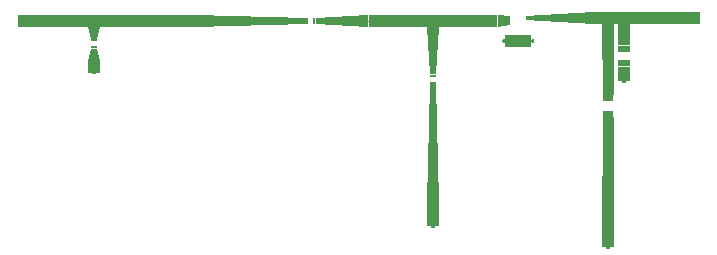
<source format=gbr>
G04 ===== Begin FILE IDENTIFICATION =====*
G04 File Format:  Gerber RS274X*
G04 ===== End FILE IDENTIFICATION =====*
%FSLAX24Y24*%
%MOMM*%
%SFA1.0000B1.0000*%
%OFA0.0B0.0*%
%ADD14R,5.000000X1.000000*%
%ADD15R,0.250000X0.530000*%
%ADD16R,8.158000X1.000000*%
%ADD17R,6.000000X1.000000*%
%ADD18R,0.530000X0.250000*%
%ADD19R,1.000000X1.000000*%
%ADD20R,0.300000X0.150000*%
%ADD21C,0.300000*%
%ADD22R,1.000000X2.000000*%
%ADD23R,0.300125X0.150063*%
%ADD24R,0.840000X1.000000*%
%ADD25R,0.889000X0.584000*%
%ADD26R,0.150000X0.300000*%
%ADD27R,0.305000X0.152500*%
%ADD28R,0.300000X1.000000*%
%ADD29R,1.000000X0.050000*%
%ADD30R,0.990000X0.622000*%
%ADD31R,0.050000X1.000000*%
%ADD32C,0.000025*%
%LNcond*%
%IPPOS*%
%LPD*%
G75*
G36*
G01X245423Y126217D02*
G01Y116217D01*
G01X255423D01*
G01Y126217D01*
G01X245423D01*
G37*
G36*
G01X96939Y123735D02*
G01Y113735D01*
G01X106939D01*
G01Y123735D01*
G01X96939D01*
G37*
D14*
X71964Y118674D03*
G36*
G01X46967Y113694D02*
G01Y123694D01*
G01X2767Y121344D01*
G01Y116044D01*
G01X46967Y113694D01*
G37*
D15*
X-4583Y118694D03*
X1517D03*
G36*
G01X-98633Y123694D02*
G01Y113694D01*
G01X-5833Y116044D01*
G01Y121344D01*
G01X-98633Y123694D01*
G37*
D16*
X-139423Y118694D03*
G36*
G01X-190213Y123694D02*
G01Y113694D01*
G01X-180213D01*
G01Y123694D01*
G01X-190213D01*
G37*
D17*
X-220213Y118694D03*
G36*
G01X-180213Y113694D02*
G01X-190213D01*
G01X-187863Y103694D01*
G01X-182563D01*
G01X-180213Y113694D01*
G37*
D18*
X-185213Y102444D03*
Y96344D03*
G36*
G01X-190213Y85094D02*
G01X-180213D01*
G01X-182563Y95094D01*
G01X-187863D01*
G01X-190213Y85094D01*
G37*
D19*
X-185213Y80094D03*
D20*
Y74344D03*
D21*
Y75094D03*
G36*
G01X106939Y113735D02*
G01X96939D01*
G01X99289Y73735D01*
G01X104589D01*
G01X106939Y113735D01*
G37*
D18*
X101939Y72485D03*
Y66385D03*
G36*
G01X96939Y-34865D02*
G01X106939D01*
G01X104589Y65135D01*
G01X99289D01*
G01X96939Y-34865D01*
G37*
D22*
X101939Y-44865D03*
D23*
Y-55615D03*
D21*
Y-54865D03*
D24*
X241223Y121217D03*
D19*
X250423Y-67833D03*
G36*
G01X245423Y-62833D02*
G01X255423D01*
G01X254868Y37167D01*
G01X245978D01*
G01X245423Y-62833D01*
G37*
D25*
X250423Y53297D03*
Y40087D03*
D26*
X186233Y101517D03*
D21*
X185483D03*
G36*
G01X268423Y116217D02*
G01X258423D01*
G01X258473Y98217D01*
G01X268373D01*
G01X268423Y116217D01*
G37*
D27*
X263423Y67219D03*
D21*
Y67981D03*
D28*
X256923Y121217D03*
D29*
X263423Y68231D03*
D17*
X298423Y121217D03*
D30*
X263423Y95107D03*
Y82791D03*
G36*
G01X258423Y126217D02*
G01Y116217D01*
G01X268423D01*
G01Y126217D01*
G01X258423D01*
G37*
G36*
G01X258423Y68481D02*
G01X268423D01*
G01X268373Y79681D01*
G01X258473D01*
G01X258423Y68481D01*
G37*
D20*
X250423Y-73583D03*
D21*
Y-72833D03*
G36*
G01X255423Y116217D02*
G01X245423D01*
G01X245978Y56217D01*
G01X254868D01*
G01X255423Y116217D01*
G37*
D26*
X161833Y101517D03*
D21*
X161083D03*
D14*
X131939Y118735D03*
G36*
G01X237023Y116217D02*
G01Y126217D01*
G01X180983Y123017D01*
G01Y119417D01*
G01X237023Y116217D01*
G37*
D31*
X185233Y101517D03*
G36*
G01X162583Y106517D02*
G01Y96517D01*
G01X173783Y96567D01*
G01Y106467D01*
G01X162583Y106517D01*
G37*
G36*
G01X184983Y96517D02*
G01Y106517D01*
G01X173783Y106467D01*
G01Y96567D01*
G01X184983Y96517D01*
G37*
G36*
G01X156939Y113735D02*
G01Y123735D01*
G01X166939Y122535D01*
G01Y114935D01*
G01X156939Y113735D01*
G37*
G36*
G01X75209Y10825D02*
G01X75218Y10823D01*
G01X75208Y10805D01*
G01X75189Y10799D01*
G01X75170Y10803D01*
G01X75159Y10817D01*
G01X75155Y10836D01*
G01X75159Y10856D01*
G01X75171Y10868D01*
G01X75189Y10873D01*
G01X75207Y10867D01*
G01X75217Y10852D01*
G01X75208Y10850D01*
G01X75200Y10861D01*
G01X75189Y10865D01*
G01X75175Y10861D01*
G01X75167Y10850D01*
G01X75165Y10836D01*
G01X75167Y10820D01*
G01X75176Y10810D01*
G01X75188Y10807D01*
G01X75201Y10811D01*
G01X75209Y10825D01*
G37*
G36*
G01X75229Y10800D02*
G01Y10852D01*
G01X75237D01*
G01Y10844D01*
G01X75242Y10851D01*
G01X75248Y10853D01*
G01X75257Y10850D01*
G01X75254Y10842D01*
G01X75247Y10844D01*
G01X75242Y10842D01*
G01X75239Y10837D01*
G01X75237Y10827D01*
G01Y10800D01*
G01X75229D01*
G37*
G36*
G01X75259Y10825D02*
G01X75266Y10806D01*
G01X75284Y10799D01*
G01X75299Y10803D01*
G01X75307Y10816D01*
G01X75298Y10817D01*
G01X75292Y10809D01*
G01X75284Y10806D01*
G01X75273Y10811D01*
G01X75268Y10824D01*
G01X75307D01*
G01Y10826D01*
G01X75300Y10846D01*
G01X75283Y10853D01*
G01Y10846D01*
G01X75294Y10841D01*
G01X75298Y10831D01*
G01X75269D01*
G01X75273Y10842D01*
G01X75283Y10846D01*
G01Y10853D01*
G01X75266Y10846D01*
G01X75259Y10825D01*
G37*
G36*
G01X75316Y10837D02*
G01X75325Y10836D01*
G01X75329Y10844D01*
G01X75338Y10846D01*
G01X75348Y10843D01*
G01X75351Y10835D01*
G01Y10833D01*
G01Y10826D01*
G01Y10823D01*
G01X75349Y10814D01*
G01X75343Y10808D01*
G01X75334Y10806D01*
G01X75327Y10808D01*
G01X75324Y10814D01*
G01X75325Y10818D01*
G01X75329Y10821D01*
G01X75336Y10823D01*
G01X75351Y10826D01*
G01Y10833D01*
G01X75335Y10830D01*
G01X75327Y10829D01*
G01X75321Y10826D01*
G01X75316Y10821D01*
G01X75315Y10814D01*
G01X75319Y10803D01*
G01X75332Y10799D01*
G01X75342Y10801D01*
G01X75351Y10806D01*
G01X75353Y10800D01*
G01X75362D01*
G01X75360Y10806D01*
G01Y10822D01*
G01Y10833D01*
G01X75359Y10842D01*
G01X75356Y10848D01*
G01X75350Y10851D01*
G01X75340Y10853D01*
G01X75328Y10851D01*
G01X75320Y10846D01*
G01X75316Y10837D01*
G37*
G36*
G01X75392Y10808D02*
G01X75394Y10800D01*
G01X75387Y10799D01*
G01X75380Y10801D01*
G01X75376Y10805D01*
G01X75375Y10815D01*
G01Y10845D01*
G01X75368D01*
G01Y10852D01*
G01X75375D01*
G01Y10865D01*
G01X75384Y10870D01*
G01Y10852D01*
G01X75392D01*
G01Y10845D01*
G01X75384D01*
G01Y10815D01*
G01Y10810D01*
G01X75385Y10808D01*
G01X75388D01*
G01X75392D01*
G37*
G36*
G01X75398Y10825D02*
G01X75405Y10806D01*
G01X75423Y10799D01*
G01X75438Y10803D01*
G01X75445Y10816D01*
G01X75436Y10817D01*
G01X75431Y10809D01*
G01X75423Y10806D01*
G01X75412Y10811D01*
G01X75407Y10824D01*
G01X75446D01*
G01Y10826D01*
G01X75439Y10846D01*
G01X75422Y10853D01*
G01Y10846D01*
G01X75433Y10841D01*
G01X75436Y10831D01*
G01X75408D01*
G01X75412Y10842D01*
G01X75422Y10846D01*
G01Y10853D01*
G01X75405Y10846D01*
G01X75398Y10825D01*
G37*
G36*
G01X75453Y10826D02*
G01X75456Y10812D01*
G01X75464Y10802D01*
G01X75476Y10799D01*
G01X75490Y10807D01*
G01Y10800D01*
G01X75498D01*
G01Y10872D01*
G01X75490D01*
G01Y10846D01*
G01X75484Y10851D01*
G01X75476Y10853D01*
G01Y10846D01*
G01X75486Y10841D01*
G01X75490Y10825D01*
G01X75486Y10811D01*
G01X75476Y10806D01*
G01X75467Y10811D01*
G01X75462Y10826D01*
G01X75466Y10841D01*
G01X75476Y10846D01*
G01Y10853D01*
G01X75475D01*
G01X75464Y10850D01*
G01X75456Y10840D01*
G01X75453Y10826D01*
G37*
G36*
G01X75549Y10846D02*
G01Y10872D01*
G01X75540D01*
G01Y10800D01*
G01X75548D01*
G01Y10806D01*
G01X75562Y10799D01*
G01X75578Y10806D01*
G01X75585Y10827D01*
G01X75583Y10837D01*
G01X75579Y10846D01*
G01X75572Y10851D01*
G01X75563Y10853D01*
G01X75562D01*
G01Y10846D01*
G01X75572Y10841D01*
G01X75576Y10826D01*
G01X75572Y10811D01*
G01X75562Y10806D01*
G01X75550Y10813D01*
G01X75548Y10826D01*
G01X75552Y10841D01*
G01X75562Y10846D01*
G01Y10853D01*
G01X75549Y10846D01*
G37*
G36*
G01X75595Y10780D02*
G01X75594Y10788D01*
G01X75599Y10787D01*
G01X75604Y10788D01*
G01X75607Y10791D01*
G01X75609Y10798D01*
G01X75610Y10800D01*
G01X75590Y10852D01*
G01X75600D01*
G01X75611Y10822D01*
G01X75614Y10810D01*
G01X75618Y10822D01*
G01X75629Y10852D01*
G01X75638D01*
G01X75618Y10799D01*
G01X75613Y10787D01*
G01X75608Y10781D01*
G01X75601Y10779D01*
G01X75595Y10780D01*
G37*
G36*
G01X75671Y10823D02*
G01X75680Y10824D01*
G01X75683Y10815D01*
G01X75690Y10809D01*
G01X75701Y10807D01*
G01X75711Y10809D01*
G01X75717Y10813D01*
G01X75719Y10819D01*
G01X75717Y10825D01*
G01X75710Y10830D01*
G01X75698Y10833D01*
G01X75684Y10837D01*
G01X75676Y10844D01*
G01X75674Y10853D01*
G01X75677Y10863D01*
G01X75686Y10870D01*
G01X75699Y10873D01*
G01X75713Y10870D01*
G01X75722Y10863D01*
G01X75726Y10851D01*
G01X75717D01*
G01X75712Y10861D01*
G01X75699Y10864D01*
G01X75687Y10861D01*
G01X75683Y10854D01*
G01X75686Y10847D01*
G01X75700Y10842D01*
G01X75716Y10838D01*
G01X75725Y10830D01*
G01X75728Y10820D01*
G01X75725Y10809D01*
G01X75715Y10802D01*
G01X75702Y10799D01*
G01X75685Y10802D01*
G01X75675Y10810D01*
G01X75671Y10823D01*
G37*
G36*
G01X75759Y10808D02*
G01X75760Y10800D01*
G01X75754Y10799D01*
G01X75746Y10801D01*
G01X75742Y10805D01*
G01X75741Y10815D01*
G01Y10845D01*
G01X75735D01*
G01Y10852D01*
G01X75741D01*
G01Y10865D01*
G01X75750Y10870D01*
G01Y10852D01*
G01X75759D01*
G01Y10845D01*
G01X75750D01*
G01Y10815D01*
G01X75751Y10810D01*
G01X75752Y10808D01*
G01X75755D01*
G01X75759D01*
G37*
G36*
G01X75765Y10825D02*
G01X75771Y10806D01*
G01X75789Y10799D01*
G01X75804Y10803D01*
G01X75812Y10816D01*
G01X75803Y10817D01*
G01X75798Y10809D01*
G01X75789Y10806D01*
G01X75779Y10811D01*
G01X75774Y10824D01*
G01X75812D01*
G01Y10826D01*
G01X75806Y10846D01*
G01X75789Y10853D01*
G01Y10846D01*
G01X75800Y10841D01*
G01X75803Y10831D01*
G01X75774D01*
G01X75779Y10842D01*
G01X75789Y10846D01*
G01Y10853D01*
G01X75771Y10846D01*
G01X75765Y10825D01*
G37*
G36*
G01X75831Y10845D02*
G01Y10852D01*
G01X75823D01*
G01Y10780D01*
G01X75832D01*
G01Y10805D01*
G01X75838Y10801D01*
G01X75846Y10799D01*
G01X75857Y10802D01*
G01X75865Y10812D01*
G01X75868Y10826D01*
G01X75866Y10840D01*
G01X75858Y10850D01*
G01X75846Y10853D01*
G01X75845D01*
G01Y10846D01*
G01X75855Y10841D01*
G01X75859Y10826D01*
G01X75855Y10811D01*
G01X75845Y10806D01*
G01X75835Y10811D01*
G01X75831Y10826D01*
G01X75835Y10841D01*
G01X75845Y10846D01*
G01Y10853D01*
G01X75837Y10851D01*
G01X75831Y10845D01*
G37*
G36*
G01X75879Y10800D02*
G01Y10872D01*
G01X75887D01*
G01Y10846D01*
G01X75903Y10853D01*
G01X75913Y10851D01*
G01X75919Y10844D01*
G01X75921Y10833D01*
G01Y10800D01*
G01X75912D01*
G01Y10833D01*
G01X75909Y10842D01*
G01X75901Y10845D01*
G01X75894Y10843D01*
G01X75889Y10838D01*
G01X75887Y10828D01*
G01Y10800D01*
G01X75879D01*
G37*
G36*
G01X75931Y10825D02*
G01X75938Y10806D01*
G01X75956Y10799D01*
G01X75971Y10803D01*
G01X75979Y10816D01*
G01X75970Y10817D01*
G01X75964Y10809D01*
G01X75956Y10806D01*
G01X75945Y10811D01*
G01X75940Y10824D01*
G01X75979D01*
G01Y10826D01*
G01X75972Y10846D01*
G01X75956Y10853D01*
G01Y10846D01*
G01X75966Y10841D01*
G01X75970Y10831D01*
G01X75941D01*
G01X75945Y10842D01*
G01X75956Y10846D01*
G01Y10853D01*
G01X75938Y10846D01*
G01X75931Y10825D01*
G37*
G36*
G01X75990Y10800D02*
G01Y10852D01*
G01X75998D01*
G01Y10844D01*
G01X76014Y10853D01*
G01X76023Y10851D01*
G01X76029Y10847D01*
G01X76031Y10840D01*
G01X76032Y10832D01*
G01Y10800D01*
G01X76023D01*
G01Y10832D01*
G01X76022Y10840D01*
G01X76018Y10844D01*
G01X76012Y10845D01*
G01X76003Y10842D01*
G01X75999Y10828D01*
G01Y10800D01*
G01X75990D01*
G37*
G36*
G01X76069Y10820D02*
G01X76078Y10821D01*
G01X76081Y10810D01*
G01X76089Y10807D01*
G01X76095Y10809D01*
G01X76098Y10813D01*
G01X76099Y10822D01*
G01Y10872D01*
G01X76109D01*
G01Y10823D01*
G01X76107Y10809D01*
G01X76100Y10801D01*
G01X76089Y10799D01*
G01X76074Y10804D01*
G01X76069Y10820D01*
G37*
G36*
G01X76120Y10826D02*
G01X76127Y10806D01*
G01X76144Y10799D01*
G01X76157Y10802D01*
G01X76165Y10811D01*
G01X76168Y10827D01*
G01X76162Y10846D01*
G01X76144Y10853D01*
G01Y10846D01*
G01X76155Y10841D01*
G01X76159Y10826D01*
G01X76155Y10811D01*
G01X76144Y10806D01*
G01X76133Y10811D01*
G01X76129Y10826D01*
G01X76133Y10841D01*
G01X76144Y10846D01*
G01Y10853D01*
G01X76128Y10847D01*
G01X76120Y10826D01*
G37*
G36*
G01X76179Y10800D02*
G01Y10872D01*
G01X76187D01*
G01Y10846D01*
G01X76203Y10853D01*
G01X76213Y10851D01*
G01X76219Y10844D01*
G01X76221Y10833D01*
G01Y10800D01*
G01X76212D01*
G01Y10833D01*
G01X76209Y10842D01*
G01X76201Y10845D01*
G01X76194Y10843D01*
G01X76189Y10838D01*
G01X76187Y10828D01*
G01Y10800D01*
G01X76179D01*
G37*
G36*
G01X76234Y10800D02*
G01Y10852D01*
G01X76242D01*
G01Y10844D01*
G01X76259Y10853D01*
G01X76267Y10851D01*
G01X76273Y10847D01*
G01X76276Y10840D01*
G01Y10832D01*
G01Y10800D01*
G01X76268D01*
G01Y10832D01*
G01X76267Y10840D01*
G01X76263Y10844D01*
G01X76257Y10845D01*
G01X76247Y10842D01*
G01X76243Y10828D01*
G01Y10800D01*
G01X76234D01*
G37*
G36*
G01X76286Y10815D02*
G01X76295Y10817D01*
G01X76299Y10809D01*
G01X76308Y10806D01*
G01X76317Y10809D01*
G01X76320Y10814D01*
G01X76318Y10819D01*
G01X76309Y10822D01*
G01X76295Y10826D01*
G01X76290Y10831D01*
G01X76288Y10838D01*
G01X76289Y10845D01*
G01X76294Y10849D01*
G01X76299Y10852D01*
G01X76307Y10853D01*
G01X76318Y10851D01*
G01X76324Y10847D01*
G01X76327Y10838D01*
G01X76319Y10837D01*
G01X76315Y10844D01*
G01X76307Y10846D01*
G01X76299Y10844D01*
G01X76296Y10839D01*
G01X76297Y10836D01*
G01X76301Y10834D01*
G01X76308Y10831D01*
G01X76321Y10827D01*
G01X76327Y10823D01*
G01X76329Y10815D01*
G01X76327Y10807D01*
G01X76319Y10801D01*
G01X76308Y10799D01*
G01X76293Y10803D01*
G01X76286Y10815D01*
G37*
G36*
G01X76359Y10808D02*
G01X76360Y10800D01*
G01X76354Y10799D01*
G01X76346Y10801D01*
G01X76342Y10805D01*
G01X76341Y10815D01*
G01Y10845D01*
G01X76335D01*
G01Y10852D01*
G01X76341D01*
G01Y10865D01*
G01X76350Y10870D01*
G01Y10852D01*
G01X76359D01*
G01Y10845D01*
G01X76350D01*
G01Y10815D01*
G01X76351Y10810D01*
G01X76352Y10808D01*
G01X76355D01*
G01X76359D01*
G37*
G36*
G01X76364Y10826D02*
G01X76371Y10806D01*
G01X76389Y10799D01*
G01X76401Y10802D01*
G01X76410Y10811D01*
G01X76413Y10827D01*
G01X76406Y10846D01*
G01X76389Y10853D01*
G01Y10846D01*
G01X76399Y10841D01*
G01X76404Y10826D01*
G01X76399Y10811D01*
G01X76389Y10806D01*
G01X76378Y10811D01*
G01X76373Y10826D01*
G01X76378Y10841D01*
G01X76389Y10846D01*
G01Y10853D01*
G01X76372Y10847D01*
G01X76364Y10826D01*
G37*
G36*
G01X76423Y10800D02*
G01Y10852D01*
G01X76431D01*
G01Y10844D01*
G01X76448Y10853D01*
G01X76456Y10851D01*
G01X76462Y10847D01*
G01X76465Y10840D01*
G01Y10832D01*
G01Y10800D01*
G01X76456D01*
G01Y10832D01*
G01X76455Y10840D01*
G01X76452Y10844D01*
G01X76446Y10845D01*
G01X76436Y10842D01*
G01X76432Y10828D01*
G01Y10800D01*
G01X76423D01*
G37*
G36*
G01X222714Y-61408D02*
G01X222705Y-61405D01*
G01X222716Y-61387D01*
G01X222734Y-61381D01*
G01X222753Y-61386D01*
G01X222764Y-61400D01*
G01X222768Y-61419D01*
G01X222764Y-61438D01*
G01X222752Y-61451D01*
G01X222734Y-61455D01*
G01X222716Y-61450D01*
G01X222706Y-61435D01*
G01X222715Y-61432D01*
G01X222723Y-61444D01*
G01X222735Y-61447D01*
G01X222748Y-61443D01*
G01X222756Y-61433D01*
G01X222758Y-61419D01*
G01X222756Y-61403D01*
G01X222747Y-61393D01*
G01X222735Y-61389D01*
G01X222722Y-61394D01*
G01X222714Y-61408D01*
G37*
G36*
G01X222694Y-61383D02*
G01Y-61434D01*
G01X222686D01*
G01Y-61427D01*
G01X222681Y-61434D01*
G01X222675Y-61436D01*
G01X222666Y-61433D01*
G01X222669Y-61425D01*
G01X222676Y-61426D01*
G01X222681Y-61425D01*
G01X222684Y-61420D01*
G01X222686Y-61410D01*
G01Y-61383D01*
G01X222694D01*
G37*
G36*
G01X222616Y-61398D02*
G01X222626Y-61399D01*
G01X222631Y-61391D01*
G01X222639Y-61389D01*
G01X222650Y-61393D01*
G01X222655Y-61406D01*
G01X222625D01*
G01Y-61413D01*
G01X222654D01*
G01X222650Y-61424D01*
G01X222640Y-61428D01*
G01X222629Y-61423D01*
G01X222625Y-61413D01*
G01Y-61406D01*
G01X222616D01*
G01Y-61409D01*
G01X222623Y-61428D01*
G01X222640Y-61436D01*
G01X222657Y-61428D01*
G01X222664Y-61408D01*
G01X222657Y-61388D01*
G01X222639Y-61381D01*
G01X222624Y-61386D01*
G01X222616Y-61398D01*
G37*
G36*
G01X222561Y-61383D02*
G01X222563Y-61389D01*
G01Y-61404D01*
G01Y-61416D01*
G01X222564Y-61424D01*
G01X222567Y-61430D01*
G01X222573Y-61434D01*
G01X222584Y-61436D01*
G01X222595Y-61434D01*
G01X222603Y-61429D01*
G01X222607Y-61420D01*
G01X222598Y-61418D01*
G01X222594Y-61426D01*
G01X222585Y-61428D01*
G01X222575Y-61425D01*
G01X222572Y-61418D01*
G01Y-61415D01*
G01X222588Y-61412D01*
G01X222596Y-61411D01*
G01X222602Y-61408D01*
G01X222607Y-61403D01*
G01X222608Y-61396D01*
G01X222604Y-61386D01*
G01X222591Y-61381D01*
G01X222589Y-61382D01*
G01Y-61388D01*
G01X222596Y-61391D01*
G01X222599Y-61396D01*
G01X222598Y-61401D01*
G01X222594Y-61403D01*
G01X222587Y-61405D01*
G01X222572Y-61409D01*
G01Y-61405D01*
G01X222574Y-61397D01*
G01X222580Y-61390D01*
G01X222589Y-61388D01*
G01Y-61382D01*
G01X222581Y-61383D01*
G01X222572Y-61389D01*
G01X222570Y-61383D01*
G01X222561D01*
G37*
G36*
G01X222531Y-61390D02*
G01X222529Y-61383D01*
G01X222536Y-61382D01*
G01X222544Y-61383D01*
G01X222547Y-61387D01*
G01X222548Y-61398D01*
G01Y-61428D01*
G01X222555D01*
G01Y-61434D01*
G01X222548D01*
G01Y-61447D01*
G01X222540Y-61453D01*
G01Y-61434D01*
G01X222531D01*
G01Y-61428D01*
G01X222540D01*
G01Y-61397D01*
G01X222539Y-61392D01*
G01X222538Y-61391D01*
G01X222535Y-61390D01*
G01X222531D01*
G37*
G36*
G01X222478Y-61398D02*
G01X222487Y-61399D01*
G01X222492Y-61391D01*
G01X222500Y-61389D01*
G01X222511Y-61393D01*
G01X222516Y-61406D01*
G01X222487D01*
G01Y-61413D01*
G01X222516D01*
G01X222511Y-61424D01*
G01X222501Y-61428D01*
G01X222490Y-61423D01*
G01X222487Y-61413D01*
G01Y-61406D01*
G01X222477D01*
G01Y-61409D01*
G01X222484Y-61428D01*
G01X222501Y-61436D01*
G01X222518Y-61428D01*
G01X222525Y-61408D01*
G01X222518Y-61388D01*
G01X222500Y-61381D01*
G01X222486Y-61386D01*
G01X222478Y-61398D01*
G37*
G36*
G01X222433Y-61389D02*
G01Y-61383D01*
G01X222425D01*
G01Y-61454D01*
G01X222434D01*
G01Y-61428D01*
G01X222440Y-61434D01*
G01X222448Y-61436D01*
G01X222459Y-61432D01*
G01X222467Y-61423D01*
G01X222470Y-61408D01*
G01X222467Y-61394D01*
G01X222459Y-61385D01*
G01X222447Y-61381D01*
G01Y-61382D01*
G01Y-61389D01*
G01X222457Y-61394D01*
G01X222461Y-61408D01*
G01X222457Y-61424D01*
G01X222447Y-61428D01*
G01X222437Y-61423D01*
G01X222433Y-61408D01*
G01X222437Y-61393D01*
G01X222447Y-61389D01*
G01Y-61382D01*
G01X222433Y-61389D01*
G37*
G36*
G01X222329Y-61403D02*
G01X222332Y-61414D01*
G01X222342Y-61421D01*
G01X222334Y-61427D01*
G01X222332Y-61436D01*
G01X222335Y-61445D01*
G01X222343Y-61452D01*
G01X222356Y-61454D01*
G01X222383D01*
G01Y-61383D01*
G01X222355D01*
G01Y-61391D01*
G01X222373D01*
G01Y-61416D01*
G01X222358D01*
G01Y-61424D01*
G01X222373D01*
G01Y-61446D01*
G01X222359D01*
G01X222348Y-61445D01*
G01X222343Y-61441D01*
G01X222341Y-61435D01*
G01X222343Y-61428D01*
G01X222349Y-61425D01*
G01X222358Y-61424D01*
G01Y-61416D01*
G01X222357D01*
G01X222346Y-61414D01*
G01X222340Y-61410D01*
G01X222338Y-61403D01*
G01X222340Y-61397D01*
G01X222343Y-61393D01*
G01X222349Y-61391D01*
G01X222355D01*
G01Y-61383D01*
G01X222344Y-61384D01*
G01X222336Y-61387D01*
G01X222331Y-61394D01*
G01X222329Y-61403D01*
G37*
G36*
G01X222317Y-61363D02*
G01X222318Y-61371D01*
G01X222313Y-61370D01*
G01X222308Y-61371D01*
G01X222305Y-61374D01*
G01X222303Y-61380D01*
G01X222302Y-61382D01*
G01X222322Y-61434D01*
G01X222312D01*
G01X222301Y-61404D01*
G01X222298Y-61392D01*
G01X222294Y-61404D01*
G01X222283Y-61434D01*
G01X222274D01*
G01X222294Y-61382D01*
G01X222299Y-61370D01*
G01X222304Y-61364D01*
G01X222311Y-61362D01*
G01X222317Y-61363D01*
G37*
G36*
G01X222241Y-61406D02*
G01X222232D01*
G01X222229Y-61398D01*
G01X222222Y-61392D01*
G01X222211Y-61390D01*
G01X222201Y-61391D01*
G01X222195Y-61396D01*
G01X222193Y-61402D01*
G01X222195Y-61408D01*
G01X222202Y-61412D01*
G01X222214Y-61416D01*
G01X222228Y-61420D01*
G01X222236Y-61427D01*
G01X222238Y-61436D01*
G01X222235Y-61446D01*
G01X222226Y-61453D01*
G01X222213Y-61455D01*
G01X222199Y-61453D01*
G01X222190Y-61445D01*
G01X222186Y-61434D01*
G01X222195Y-61433D01*
G01X222200Y-61444D01*
G01X222213Y-61447D01*
G01X222225Y-61444D01*
G01X222229Y-61436D01*
G01X222226Y-61430D01*
G01X222212Y-61425D01*
G01X222196Y-61420D01*
G01X222187Y-61413D01*
G01X222184Y-61403D01*
G01X222187Y-61392D01*
G01X222197Y-61384D01*
G01X222210Y-61381D01*
G01X222227Y-61384D01*
G01X222237Y-61393D01*
G01X222241Y-61406D01*
G37*
G36*
G01X222153Y-61390D02*
G01X222152Y-61383D01*
G01X222158Y-61382D01*
G01X222166Y-61383D01*
G01X222169Y-61387D01*
G01X222171Y-61398D01*
G01Y-61428D01*
G01X222177D01*
G01Y-61434D01*
G01X222171D01*
G01Y-61447D01*
G01X222162Y-61453D01*
G01Y-61434D01*
G01X222153D01*
G01Y-61428D01*
G01X222162D01*
G01Y-61397D01*
G01X222161Y-61392D01*
G01X222160Y-61391D01*
G01X222157Y-61390D01*
G01X222153D01*
G37*
G36*
G01X222100Y-61398D02*
G01X222109Y-61399D01*
G01X222114Y-61391D01*
G01X222123Y-61389D01*
G01X222133Y-61393D01*
G01X222138Y-61406D01*
G01X222109D01*
G01Y-61413D01*
G01X222138D01*
G01X222133Y-61424D01*
G01X222123Y-61428D01*
G01X222112Y-61423D01*
G01X222109Y-61413D01*
G01Y-61406D01*
G01X222100D01*
G01Y-61409D01*
G01X222106Y-61428D01*
G01X222123Y-61436D01*
G01X222141Y-61428D01*
G01X222147Y-61408D01*
G01X222141Y-61388D01*
G01X222123Y-61381D01*
G01X222108Y-61386D01*
G01X222100Y-61398D01*
G37*
G36*
G01X222044Y-61409D02*
G01X222046Y-61423D01*
G01X222054Y-61432D01*
G01X222066Y-61436D01*
G01X222074Y-61434D01*
G01X222081Y-61428D01*
G01Y-61434D01*
G01X222089D01*
G01Y-61363D01*
G01X222080D01*
G01Y-61388D01*
G01X222074Y-61383D01*
G01X222067Y-61382D01*
G01Y-61389D01*
G01X222077Y-61393D01*
G01X222081Y-61408D01*
G01X222077Y-61423D01*
G01X222067Y-61429D01*
G01X222057Y-61424D01*
G01X222053Y-61409D01*
G01X222057Y-61394D01*
G01X222067Y-61389D01*
G01Y-61382D01*
G01X222066Y-61381D01*
G01X222055Y-61385D01*
G01X222047Y-61395D01*
G01X222044Y-61409D01*
G37*
G36*
G01X222033Y-61383D02*
G01Y-61454D01*
G01X222025D01*
G01Y-61428D01*
G01X222009Y-61436D01*
G01X221999Y-61433D01*
G01X221993Y-61427D01*
G01X221991Y-61415D01*
G01Y-61383D01*
G01X222000D01*
G01Y-61415D01*
G01X222003Y-61425D01*
G01X222011Y-61428D01*
G01X222018Y-61426D01*
G01X222023Y-61420D01*
G01X222025Y-61411D01*
G01Y-61383D01*
G01X222033D01*
G37*
G36*
G01X221933Y-61398D02*
G01X221942Y-61399D01*
G01X221948Y-61391D01*
G01X221956Y-61389D01*
G01X221967Y-61393D01*
G01X221972Y-61406D01*
G01X221942D01*
G01Y-61413D01*
G01X221971D01*
G01X221967Y-61424D01*
G01X221956Y-61428D01*
G01X221945Y-61423D01*
G01X221942Y-61413D01*
G01Y-61406D01*
G01X221933D01*
G01Y-61409D01*
G01X221939Y-61428D01*
G01X221956Y-61436D01*
G01X221974Y-61428D01*
G01X221981Y-61408D01*
G01X221974Y-61388D01*
G01X221956Y-61381D01*
G01X221941Y-61386D01*
G01X221933Y-61398D01*
G37*
G36*
G01X221922Y-61383D02*
G01Y-61434D01*
G01X221914D01*
G01Y-61427D01*
G01X221898Y-61436D01*
G01X221889Y-61434D01*
G01X221883Y-61429D01*
G01X221881Y-61423D01*
G01X221880Y-61414D01*
G01Y-61383D01*
G01X221889D01*
G01Y-61414D01*
G01X221890Y-61422D01*
G01X221893Y-61426D01*
G01X221900Y-61428D01*
G01X221909Y-61424D01*
G01X221913Y-61411D01*
G01Y-61383D01*
G01X221922D01*
G37*
G36*
G01X221843Y-61403D02*
G01X221834Y-61404D01*
G01X221831Y-61393D01*
G01X221823Y-61390D01*
G01X221817Y-61391D01*
G01X221814Y-61396D01*
G01X221813Y-61405D01*
G01Y-61454D01*
G01X221803D01*
G01Y-61405D01*
G01X221805Y-61391D01*
G01X221812Y-61384D01*
G01X221823Y-61381D01*
G01X221838Y-61387D01*
G01X221843Y-61403D01*
G37*
G36*
G01X221744Y-61409D02*
G01X221750Y-61429D01*
G01X221768Y-61436D01*
G01X221784Y-61430D01*
G01X221792Y-61408D01*
G01X221785Y-61388D01*
G01X221768Y-61381D01*
G01Y-61389D01*
G01X221779Y-61394D01*
G01X221783Y-61408D01*
G01X221779Y-61423D01*
G01X221768Y-61428D01*
G01X221757Y-61423D01*
G01X221753Y-61409D01*
G01X221757Y-61394D01*
G01X221768Y-61389D01*
G01Y-61381D01*
G01X221755Y-61385D01*
G01X221747Y-61393D01*
G01X221744Y-61409D01*
G37*
G36*
G01X221733Y-61383D02*
G01Y-61454D01*
G01X221725D01*
G01Y-61428D01*
G01X221709Y-61436D01*
G01X221699Y-61433D01*
G01X221693Y-61427D01*
G01X221691Y-61415D01*
G01Y-61383D01*
G01X221700D01*
G01Y-61415D01*
G01X221703Y-61425D01*
G01X221711Y-61428D01*
G01X221718Y-61426D01*
G01X221723Y-61420D01*
G01X221725Y-61411D01*
G01Y-61383D01*
G01X221733D01*
G37*
G36*
G01X221678Y-61383D02*
G01Y-61434D01*
G01X221670D01*
G01Y-61427D01*
G01X221653Y-61436D01*
G01X221645Y-61434D01*
G01X221639Y-61429D01*
G01X221636Y-61423D01*
G01Y-61414D01*
G01Y-61383D01*
G01X221644D01*
G01Y-61414D01*
G01X221645Y-61422D01*
G01X221649Y-61426D01*
G01X221655Y-61428D01*
G01X221665Y-61424D01*
G01X221669Y-61411D01*
G01Y-61383D01*
G01X221678D01*
G37*
G36*
G01X221626Y-61398D02*
G01X221617Y-61399D01*
G01X221613Y-61391D01*
G01X221604Y-61389D01*
G01X221595Y-61391D01*
G01X221592Y-61397D01*
G01X221594Y-61402D01*
G01X221603Y-61405D01*
G01X221617Y-61409D01*
G01X221622Y-61414D01*
G01X221624Y-61421D01*
G01X221623Y-61427D01*
G01X221618Y-61432D01*
G01X221613Y-61435D01*
G01X221605Y-61436D01*
G01X221594Y-61434D01*
G01X221588Y-61429D01*
G01X221585Y-61421D01*
G01X221593Y-61420D01*
G01X221597Y-61426D01*
G01X221604Y-61428D01*
G01X221613Y-61426D01*
G01X221616Y-61422D01*
G01X221615Y-61419D01*
G01X221611Y-61416D01*
G01X221604Y-61414D01*
G01X221591Y-61410D01*
G01X221585Y-61405D01*
G01X221583Y-61398D01*
G01X221585Y-61390D01*
G01X221593Y-61384D01*
G01X221604Y-61381D01*
G01X221619Y-61386D01*
G01X221626Y-61398D01*
G37*
G36*
G01X221553Y-61390D02*
G01X221552Y-61383D01*
G01X221558Y-61382D01*
G01X221566Y-61383D01*
G01X221569Y-61387D01*
G01X221571Y-61398D01*
G01Y-61428D01*
G01X221577D01*
G01Y-61434D01*
G01X221571D01*
G01Y-61447D01*
G01X221562Y-61453D01*
G01Y-61434D01*
G01X221553D01*
G01Y-61428D01*
G01X221562D01*
G01Y-61397D01*
G01X221561Y-61392D01*
G01X221560Y-61391D01*
G01X221557Y-61390D01*
G01X221553D01*
G37*
G36*
G01X221499Y-61409D02*
G01X221506Y-61429D01*
G01X221523Y-61436D01*
G01X221540Y-61430D01*
G01X221548Y-61408D01*
G01X221541Y-61388D01*
G01X221523Y-61381D01*
G01Y-61389D01*
G01X221534Y-61394D01*
G01X221539Y-61408D01*
G01X221534Y-61423D01*
G01X221523Y-61428D01*
G01X221513Y-61423D01*
G01X221508Y-61409D01*
G01X221512Y-61394D01*
G01X221523Y-61389D01*
G01Y-61381D01*
G01X221511Y-61385D01*
G01X221502Y-61393D01*
G01X221499Y-61409D01*
G37*
G36*
G01X221489Y-61383D02*
G01Y-61434D01*
G01X221481D01*
G01Y-61427D01*
G01X221464Y-61436D01*
G01X221456Y-61434D01*
G01X221450Y-61429D01*
G01X221447Y-61423D01*
G01Y-61414D01*
G01Y-61383D01*
G01X221456D01*
G01Y-61414D01*
G01X221457Y-61422D01*
G01X221460Y-61426D01*
G01X221466Y-61428D01*
G01X221476Y-61424D01*
G01X221480Y-61411D01*
G01Y-61383D01*
G01X221489D01*
G37*
D32*
G01X96964Y118674D02*
G01X96939D01*
G01Y118735D01*
G01X46964Y118674D02*
G01X46967D01*
G01Y118694D01*
M02*


</source>
